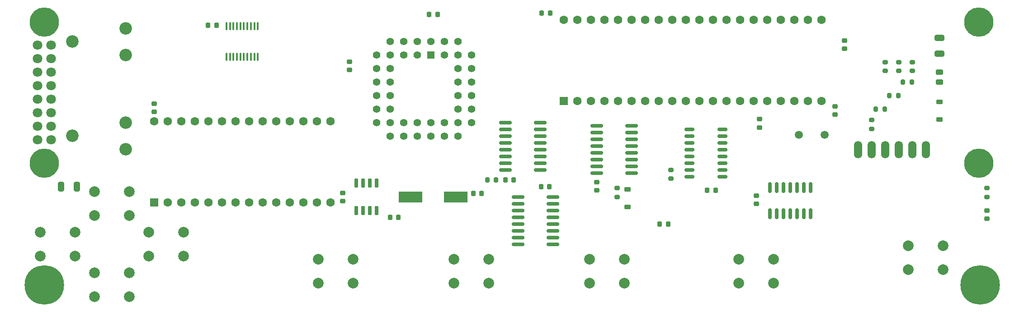
<source format=gbr>
%TF.GenerationSoftware,KiCad,Pcbnew,9.0.0*%
%TF.CreationDate,2025-03-31T18:37:57+02:00*%
%TF.ProjectId,servicetastatur,73657276-6963-4657-9461-737461747572,rev?*%
%TF.SameCoordinates,Original*%
%TF.FileFunction,Soldermask,Top*%
%TF.FilePolarity,Negative*%
%FSLAX46Y46*%
G04 Gerber Fmt 4.6, Leading zero omitted, Abs format (unit mm)*
G04 Created by KiCad (PCBNEW 9.0.0) date 2025-03-31 18:37:57*
%MOMM*%
%LPD*%
G01*
G04 APERTURE LIST*
G04 Aperture macros list*
%AMRoundRect*
0 Rectangle with rounded corners*
0 $1 Rounding radius*
0 $2 $3 $4 $5 $6 $7 $8 $9 X,Y pos of 4 corners*
0 Add a 4 corners polygon primitive as box body*
4,1,4,$2,$3,$4,$5,$6,$7,$8,$9,$2,$3,0*
0 Add four circle primitives for the rounded corners*
1,1,$1+$1,$2,$3*
1,1,$1+$1,$4,$5*
1,1,$1+$1,$6,$7*
1,1,$1+$1,$8,$9*
0 Add four rect primitives between the rounded corners*
20,1,$1+$1,$2,$3,$4,$5,0*
20,1,$1+$1,$4,$5,$6,$7,0*
20,1,$1+$1,$6,$7,$8,$9,0*
20,1,$1+$1,$8,$9,$2,$3,0*%
G04 Aperture macros list end*
%ADD10RoundRect,0.225000X0.250000X-0.225000X0.250000X0.225000X-0.250000X0.225000X-0.250000X-0.225000X0*%
%ADD11RoundRect,0.225000X-0.225000X-0.250000X0.225000X-0.250000X0.225000X0.250000X-0.225000X0.250000X0*%
%ADD12RoundRect,0.200000X-0.275000X0.200000X-0.275000X-0.200000X0.275000X-0.200000X0.275000X0.200000X0*%
%ADD13RoundRect,0.162500X0.750000X0.162500X-0.750000X0.162500X-0.750000X-0.162500X0.750000X-0.162500X0*%
%ADD14RoundRect,0.200000X-0.200000X-0.275000X0.200000X-0.275000X0.200000X0.275000X-0.200000X0.275000X0*%
%ADD15C,2.000000*%
%ADD16RoundRect,0.200000X0.200000X0.275000X-0.200000X0.275000X-0.200000X-0.275000X0.200000X-0.275000X0*%
%ADD17C,1.500000*%
%ADD18RoundRect,0.250000X0.550000X-0.550000X0.550000X0.550000X-0.550000X0.550000X-0.550000X-0.550000X0*%
%ADD19C,1.600000*%
%ADD20RoundRect,0.225000X0.225000X0.250000X-0.225000X0.250000X-0.225000X-0.250000X0.225000X-0.250000X0*%
%ADD21RoundRect,0.225000X-0.375000X0.225000X-0.375000X-0.225000X0.375000X-0.225000X0.375000X0.225000X0*%
%ADD22O,1.524000X3.250000*%
%ADD23RoundRect,0.150000X-1.050000X-0.150000X1.050000X-0.150000X1.050000X0.150000X-1.050000X0.150000X0*%
%ADD24C,2.340000*%
%ADD25RoundRect,0.218750X-0.256250X0.218750X-0.256250X-0.218750X0.256250X-0.218750X0.256250X0.218750X0*%
%ADD26R,1.422400X1.422400*%
%ADD27C,1.422400*%
%ADD28RoundRect,0.225000X-0.250000X0.225000X-0.250000X-0.225000X0.250000X-0.225000X0.250000X0.225000X0*%
%ADD29C,7.400000*%
%ADD30RoundRect,0.150000X0.150000X-0.725000X0.150000X0.725000X-0.150000X0.725000X-0.150000X-0.725000X0*%
%ADD31C,1.800000*%
%ADD32C,5.500000*%
%ADD33RoundRect,0.250000X0.650000X-0.325000X0.650000X0.325000X-0.650000X0.325000X-0.650000X-0.325000X0*%
%ADD34RoundRect,0.243750X0.456250X-0.243750X0.456250X0.243750X-0.456250X0.243750X-0.456250X-0.243750X0*%
%ADD35RoundRect,0.250000X0.325000X0.650000X-0.325000X0.650000X-0.325000X-0.650000X0.325000X-0.650000X0*%
%ADD36R,4.500000X2.000000*%
%ADD37RoundRect,0.150000X1.050000X0.150000X-1.050000X0.150000X-1.050000X-0.150000X1.050000X-0.150000X0*%
%ADD38RoundRect,0.150000X0.150000X-0.825000X0.150000X0.825000X-0.150000X0.825000X-0.150000X-0.825000X0*%
%ADD39RoundRect,0.100000X0.100000X-0.637500X0.100000X0.637500X-0.100000X0.637500X-0.100000X-0.637500X0*%
G04 APERTURE END LIST*
D10*
%TO.C,C11*%
X151765000Y-44095000D03*
X151765000Y-42545000D03*
%TD*%
D11*
%TO.C,C17*%
X110845000Y-55245000D03*
X112395000Y-55245000D03*
%TD*%
D12*
%TO.C,R16*%
X172720000Y-42712500D03*
X172720000Y-44362500D03*
%TD*%
D13*
%TO.C,U13*%
X144780000Y-53340000D03*
X144780000Y-52070000D03*
X144780000Y-50800000D03*
X144780000Y-49530000D03*
X144780000Y-48260000D03*
X144780000Y-46990000D03*
X144780000Y-45720000D03*
X144780000Y-44450000D03*
X138605000Y-44450000D03*
X138605000Y-45720000D03*
X138605000Y-46990000D03*
X138605000Y-48260000D03*
X138605000Y-49530000D03*
X138605000Y-50800000D03*
X138605000Y-52070000D03*
X138605000Y-53340000D03*
%TD*%
D11*
%TO.C,C8*%
X82550000Y-60960000D03*
X84100000Y-60960000D03*
%TD*%
%TO.C,C18*%
X110972000Y-22606000D03*
X112522000Y-22606000D03*
%TD*%
%TO.C,C14*%
X89890000Y-22860000D03*
X91440000Y-22860000D03*
%TD*%
D10*
%TO.C,C22*%
X151130000Y-58420000D03*
X151130000Y-56870000D03*
%TD*%
D14*
%TO.C,R18*%
X178602500Y-35560000D03*
X180252500Y-35560000D03*
%TD*%
D15*
%TO.C,SW2*%
X37390000Y-63790000D03*
X43890000Y-63790000D03*
X37390000Y-68290000D03*
X43890000Y-68290000D03*
%TD*%
D16*
%TO.C,R25*%
X102425000Y-53975000D03*
X100775000Y-53975000D03*
%TD*%
D17*
%TO.C,Y1*%
X163957000Y-45466000D03*
X159077000Y-45466000D03*
%TD*%
D18*
%TO.C,U3*%
X38354000Y-58166000D03*
D19*
X40894000Y-58166000D03*
X43434000Y-58166000D03*
X45974000Y-58166000D03*
X48514000Y-58166000D03*
X51054000Y-58166000D03*
X53594000Y-58166000D03*
X56134000Y-58166000D03*
X58674000Y-58166000D03*
X61214000Y-58166000D03*
X63754000Y-58166000D03*
X66294000Y-58166000D03*
X68834000Y-58166000D03*
X71374000Y-58166000D03*
X71374000Y-42926000D03*
X68834000Y-42926000D03*
X66294000Y-42926000D03*
X63754000Y-42926000D03*
X61214000Y-42926000D03*
X58674000Y-42926000D03*
X56134000Y-42926000D03*
X53594000Y-42926000D03*
X51054000Y-42926000D03*
X48514000Y-42926000D03*
X45974000Y-42926000D03*
X43434000Y-42926000D03*
X40894000Y-42926000D03*
X38354000Y-42926000D03*
%TD*%
D15*
%TO.C,SW3*%
X119940000Y-68870000D03*
X126440000Y-68870000D03*
X119940000Y-73370000D03*
X126440000Y-73370000D03*
%TD*%
D20*
%TO.C,C5*%
X105690000Y-53975000D03*
X104140000Y-53975000D03*
%TD*%
D15*
%TO.C,SW7*%
X27230000Y-56170000D03*
X33730000Y-56170000D03*
X27230000Y-60670000D03*
X33730000Y-60670000D03*
%TD*%
D21*
%TO.C,D4*%
X127000000Y-55755000D03*
X127000000Y-59055000D03*
%TD*%
D20*
%TO.C,C13*%
X143510000Y-55880000D03*
X141960000Y-55880000D03*
%TD*%
D12*
%TO.C,R14*%
X135128000Y-52070000D03*
X135128000Y-53720000D03*
%TD*%
%TO.C,R9*%
X175260000Y-31837500D03*
X175260000Y-33487500D03*
%TD*%
D15*
%TO.C,SW5*%
X17070000Y-63790000D03*
X23570000Y-63790000D03*
X17070000Y-68290000D03*
X23570000Y-68290000D03*
%TD*%
D22*
%TO.C,J3*%
X170180000Y-48260000D03*
X172720000Y-48260000D03*
X175260000Y-48260000D03*
X177800000Y-48260000D03*
X180340000Y-48260000D03*
X182880000Y-48260000D03*
%TD*%
D23*
%TO.C,U16*%
X106530000Y-57150000D03*
X106530000Y-58420000D03*
X106530000Y-59690000D03*
X106530000Y-60960000D03*
X106530000Y-62230000D03*
X106530000Y-63500000D03*
X106530000Y-64770000D03*
X106530000Y-66040000D03*
X113030000Y-66040000D03*
X113030000Y-64770000D03*
X113030000Y-63500000D03*
X113030000Y-62230000D03*
X113030000Y-60960000D03*
X113030000Y-59690000D03*
X113030000Y-58420000D03*
X113030000Y-57150000D03*
%TD*%
D10*
%TO.C,C15*%
X73660000Y-57925000D03*
X73660000Y-56375000D03*
%TD*%
D24*
%TO.C,RV2*%
X33020000Y-25480000D03*
X23020000Y-27980000D03*
X33020000Y-30480000D03*
%TD*%
D15*
%TO.C,SW9*%
X94540000Y-68870000D03*
X101040000Y-68870000D03*
X94540000Y-73370000D03*
X101040000Y-73370000D03*
%TD*%
D25*
%TO.C,D1*%
X194310000Y-59690000D03*
X194310000Y-61265000D03*
%TD*%
D11*
%TO.C,C12*%
X133070000Y-62230000D03*
X134620000Y-62230000D03*
%TD*%
D21*
%TO.C,D3*%
X185420000Y-39280000D03*
X185420000Y-42580000D03*
%TD*%
D20*
%TO.C,C10*%
X99695000Y-56515000D03*
X98145000Y-56515000D03*
%TD*%
D26*
%TO.C,U11*%
X90170000Y-30480000D03*
D27*
X87630000Y-27940000D03*
X87630000Y-30480000D03*
X85090000Y-27940000D03*
X85090000Y-30480000D03*
X82550000Y-27940000D03*
X80010000Y-30480000D03*
X82550000Y-30480000D03*
X80010000Y-33020000D03*
X82550000Y-33020000D03*
X80010000Y-35560000D03*
X82550000Y-35560000D03*
X80010000Y-38100000D03*
X82550000Y-38100000D03*
X80010000Y-40640000D03*
X82550000Y-40640000D03*
X80010000Y-43180000D03*
X82550000Y-45720000D03*
X82550000Y-43180000D03*
X85090000Y-45720000D03*
X85090000Y-43180000D03*
X87630000Y-45720000D03*
X87630000Y-43180000D03*
X90170000Y-45720000D03*
X90170000Y-43180000D03*
X92710000Y-45720000D03*
X92710000Y-43180000D03*
X95250000Y-45720000D03*
X97790000Y-43180000D03*
X95250000Y-43180000D03*
X97790000Y-40640000D03*
X95250000Y-40640000D03*
X97790000Y-38100000D03*
X95250000Y-38100000D03*
X97790000Y-35560000D03*
X95250000Y-35560000D03*
X97790000Y-33020000D03*
X95250000Y-33020000D03*
X97790000Y-30480000D03*
X95250000Y-27940000D03*
X95250000Y-30480000D03*
X92710000Y-27940000D03*
X92710000Y-30480000D03*
X90170000Y-27940000D03*
%TD*%
D28*
%TO.C,C4*%
X38354000Y-39598000D03*
X38354000Y-41148000D03*
%TD*%
D29*
%TO.C,H2*%
X193040000Y-73660000D03*
%TD*%
D12*
%TO.C,R8*%
X177800000Y-31837500D03*
X177800000Y-33487500D03*
%TD*%
D30*
%TO.C,U15*%
X76200000Y-59690000D03*
X77470000Y-59690000D03*
X78740000Y-59690000D03*
X80010000Y-59690000D03*
X80010000Y-54540000D03*
X78740000Y-54540000D03*
X77470000Y-54540000D03*
X76200000Y-54540000D03*
%TD*%
D28*
%TO.C,C9*%
X165862000Y-40106000D03*
X165862000Y-41656000D03*
%TD*%
D24*
%TO.C,RV1*%
X33020000Y-43180000D03*
X23020000Y-45680000D03*
X33020000Y-48180000D03*
%TD*%
D28*
%TO.C,C21*%
X121285000Y-54330000D03*
X121285000Y-55880000D03*
%TD*%
D14*
%TO.C,R10*%
X173522500Y-40640000D03*
X175172500Y-40640000D03*
%TD*%
D12*
%TO.C,R1*%
X194310000Y-55500000D03*
X194310000Y-57150000D03*
%TD*%
D31*
%TO.C,J2*%
X19050000Y-46440000D03*
X16510000Y-46440000D03*
X19050000Y-43900000D03*
X16510000Y-43900000D03*
X19050000Y-41360000D03*
X16510000Y-41360000D03*
X19050000Y-38820000D03*
X16510000Y-38820000D03*
X19050000Y-36280000D03*
X16510000Y-36280000D03*
X19050000Y-33740000D03*
X16510000Y-33740000D03*
X19050000Y-31200000D03*
X16510000Y-31200000D03*
X19050000Y-28660000D03*
X16510000Y-28660000D03*
D32*
X17780000Y-24300000D03*
X17780000Y-50800000D03*
X192780000Y-24300000D03*
X192780000Y-50800000D03*
%TD*%
D15*
%TO.C,SW6*%
X69140000Y-68870000D03*
X75640000Y-68870000D03*
X69140000Y-73370000D03*
X75640000Y-73370000D03*
%TD*%
%TO.C,SW1*%
X179630000Y-66330000D03*
X186130000Y-66330000D03*
X179630000Y-70830000D03*
X186130000Y-70830000D03*
%TD*%
D33*
%TO.C,C1*%
X185420000Y-30255000D03*
X185420000Y-27305000D03*
%TD*%
D34*
%TO.C,F1*%
X185420000Y-35560000D03*
X185420000Y-33685000D03*
%TD*%
D11*
%TO.C,C16*%
X48488000Y-24892000D03*
X50038000Y-24892000D03*
%TD*%
D29*
%TO.C,H1*%
X17780000Y-73660000D03*
%TD*%
D35*
%TO.C,C2*%
X23905000Y-55245000D03*
X20955000Y-55245000D03*
%TD*%
D10*
%TO.C,C19*%
X74930000Y-33300000D03*
X74930000Y-31750000D03*
%TD*%
D36*
%TO.C,Y2*%
X94860000Y-57150000D03*
X86360000Y-57150000D03*
%TD*%
D10*
%TO.C,C20*%
X167640000Y-29350000D03*
X167640000Y-27800000D03*
%TD*%
D15*
%TO.C,SW4*%
X147880000Y-68870000D03*
X154380000Y-68870000D03*
X147880000Y-73370000D03*
X154380000Y-73370000D03*
%TD*%
%TO.C,SW8*%
X27230000Y-71410000D03*
X33730000Y-71410000D03*
X27230000Y-75910000D03*
X33730000Y-75910000D03*
%TD*%
D18*
%TO.C,U1*%
X115062000Y-39116000D03*
D19*
X117602000Y-39116000D03*
X120142000Y-39116000D03*
X122682000Y-39116000D03*
X125222000Y-39116000D03*
X127762000Y-39116000D03*
X130302000Y-39116000D03*
X132842000Y-39116000D03*
X135382000Y-39116000D03*
X137922000Y-39116000D03*
X140462000Y-39116000D03*
X143002000Y-39116000D03*
X145542000Y-39116000D03*
X148082000Y-39116000D03*
X150622000Y-39116000D03*
X153162000Y-39116000D03*
X155702000Y-39116000D03*
X158242000Y-39116000D03*
X160782000Y-39116000D03*
X163322000Y-39116000D03*
X163322000Y-23876000D03*
X160782000Y-23876000D03*
X158242000Y-23876000D03*
X155702000Y-23876000D03*
X153162000Y-23876000D03*
X150622000Y-23876000D03*
X148082000Y-23876000D03*
X145542000Y-23876000D03*
X143002000Y-23876000D03*
X140462000Y-23876000D03*
X137922000Y-23876000D03*
X135382000Y-23876000D03*
X132842000Y-23876000D03*
X130302000Y-23876000D03*
X127762000Y-23876000D03*
X125222000Y-23876000D03*
X122682000Y-23876000D03*
X120142000Y-23876000D03*
X117602000Y-23876000D03*
X115062000Y-23876000D03*
%TD*%
D12*
%TO.C,R3*%
X125095000Y-55500000D03*
X125095000Y-57150000D03*
%TD*%
D37*
%TO.C,U20*%
X127785000Y-52705000D03*
X127785000Y-51435000D03*
X127785000Y-50165000D03*
X127785000Y-48895000D03*
X127785000Y-47625000D03*
X127785000Y-46355000D03*
X127785000Y-45085000D03*
X127785000Y-43815000D03*
X121285000Y-43815000D03*
X121285000Y-45085000D03*
X121285000Y-46355000D03*
X121285000Y-47625000D03*
X121285000Y-48895000D03*
X121285000Y-50165000D03*
X121285000Y-51435000D03*
X121285000Y-52705000D03*
%TD*%
D12*
%TO.C,R7*%
X180340000Y-31837500D03*
X180340000Y-33487500D03*
%TD*%
D38*
%TO.C,U2*%
X153670000Y-60325000D03*
X154940000Y-60325000D03*
X156210000Y-60325000D03*
X157480000Y-60325000D03*
X158750000Y-60325000D03*
X160020000Y-60325000D03*
X161290000Y-60325000D03*
X161290000Y-55375000D03*
X160020000Y-55375000D03*
X158750000Y-55375000D03*
X157480000Y-55375000D03*
X156210000Y-55375000D03*
X154940000Y-55375000D03*
X153670000Y-55375000D03*
%TD*%
D37*
%TO.C,U19*%
X110652500Y-52070000D03*
X110652500Y-50800000D03*
X110652500Y-49530000D03*
X110652500Y-48260000D03*
X110652500Y-46990000D03*
X110652500Y-45720000D03*
X110652500Y-44450000D03*
X110652500Y-43180000D03*
X104152500Y-43180000D03*
X104152500Y-44450000D03*
X104152500Y-45720000D03*
X104152500Y-46990000D03*
X104152500Y-48260000D03*
X104152500Y-49530000D03*
X104152500Y-50800000D03*
X104152500Y-52070000D03*
%TD*%
D14*
%TO.C,R17*%
X176062500Y-38100000D03*
X177712500Y-38100000D03*
%TD*%
D39*
%TO.C,U12*%
X51939000Y-30802500D03*
X52589000Y-30802500D03*
X53239000Y-30802500D03*
X53889000Y-30802500D03*
X54539000Y-30802500D03*
X55189000Y-30802500D03*
X55839000Y-30802500D03*
X56489000Y-30802500D03*
X57139000Y-30802500D03*
X57789000Y-30802500D03*
X57789000Y-25077500D03*
X57139000Y-25077500D03*
X56489000Y-25077500D03*
X55839000Y-25077500D03*
X55189000Y-25077500D03*
X54539000Y-25077500D03*
X53889000Y-25077500D03*
X53239000Y-25077500D03*
X52589000Y-25077500D03*
X51939000Y-25077500D03*
%TD*%
M02*

</source>
